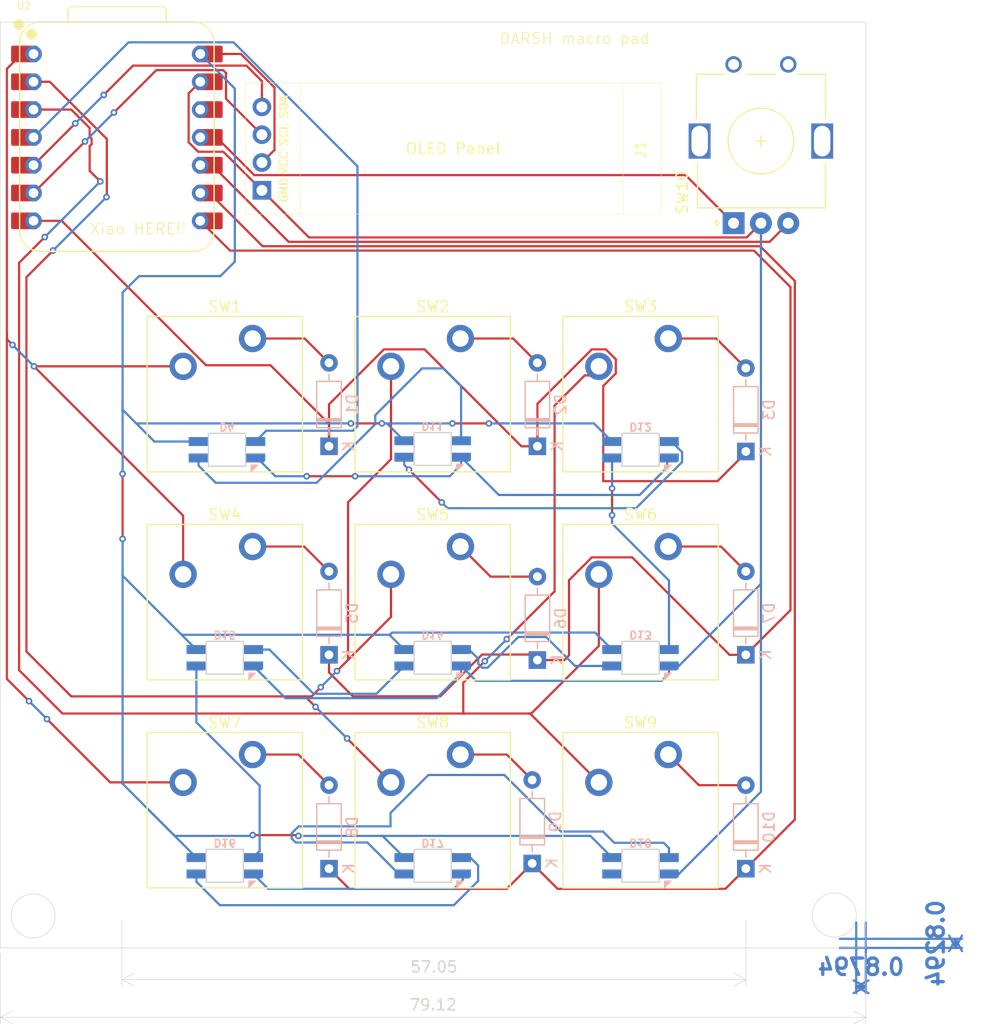
<source format=kicad_pcb>
(kicad_pcb (version 20241229) (generator "pcbnew") (generator_version "9.0")
  (layers (0 "F.Cu" signal) (2 "B.Cu" signal) (13 "F.Paste" user) (15 "B.Paste" user) (5 "F.SilkS" user "F.Silkscreen") (7 "B.SilkS" user "B.Silkscreen") (1 "F.Mask" user) (3 "B.Mask" user) (25 "Edge.Cuts" user))
  (net 0 "")
  (net 1 "+5V")
  (net 2 "GND")
  (net 3 "Row 0")
  (net 4 "Net-(D1-A)")
  (net 5 "Net-(D2-A)")
  (net 6 "Net-(D3-A)")
  (net 7 "Net-(D11-DIN)")
  (net 8 "RGB")
  (net 9 "Net-(D5-A)")
  (net 10 "Row 1")
  (net 11 "Net-(D6-A)")
  (net 12 "Net-(D7-A)")
  (net 13 "Row 2")
  (net 14 "Net-(D8-A)")
  (net 15 "Net-(D9-A)")
  (net 16 "Net-(D10-A)")
  (net 17 "Net-(D11-DOUT)")
  (net 18 "Net-(D12-DOUT)")
  (net 19 "Net-(D13-DOUT)")
  (net 20 "Net-(D14-DOUT)")
  (net 21 "Net-(D15-DOUT)")
  (net 22 "Net-(D16-DOUT)")
  (net 23 "Net-(D17-DOUT)")
  (net 25 "SDA OLED")
  (net 26 "SCL OLED")
  (net 27 "Column 0")
  (net 28 "Column 1")
  (net 29 "Column 2")
  (net 30 "ENC11 A")
  (net 31 "ENC11 B")
  (footprint "ScottoKeebs_MX:MX_PCB_1.00u" (layer "F.Cu") (at 99.145 135.26)
    (property "Reference" "SW6")
    (property "Value" "SW_Push")
  )
  (footprint "ScottoKeebs_MX:MX_PCB_1.00u" (layer "F.Cu") (at 61.145 116.26)
    (property "Reference" "SW1")
    (property "Value" "SW_Push")
  )
  (footprint "ScottoKeebs_MX:MX_PCB_1.00u" (layer "F.Cu") (at 99.145 154.26)
    (property "Reference" "SW9")
    (property "Value" "SW_Push")
  )
  (footprint "ScottoKeebs_MX:MX_PCB_1.00u" (layer "F.Cu") (at 61.145 154.26)
    (property "Reference" "SW7")
    (property "Value" "SW_Push")
  )
  (footprint "ScottoKeebs_MX:MX_PCB_1.00u" (layer "F.Cu") (at 80.145 116.26)
    (property "Reference" "SW2")
    (property "Value" "SW_Push")
  )
  (footprint "ScottoKeebs_MX:MX_PCB_1.00u" (layer "F.Cu") (at 80.145 154.26)
    (property "Reference" "SW8")
    (property "Value" "SW_Push")
  )
  (footprint "ScottoKeebs_MX:MX_PCB_1.00u" (layer "F.Cu") (at 80.145 135.26)
    (property "Reference" "SW5")
    (property "Value" "SW_Push")
  )
  (footprint "Rotary_Encoder:RotaryEncoder_Alps_EC11E_Vertical_H20mm" (layer "F.Cu") (at 107.65 100.645 90)
    (property "Reference" "SW10")
    (property "Value" "RotaryEncoder_Switch")
  )
  (footprint "ScottoKeebs_MX:MX_PCB_1.00u" (layer "F.Cu") (at 99.145 116.26)
    (property "Reference" "SW3")
    (property "Value" "SW_Push")
  )
  (footprint "OPL lib:SSD1306-0.91-OLED-4pin-128x32" (layer "F.Cu") (at 101.035 99.835 180)
    (property "Reference" "J1")
    (property "Value" "OLED_128x32")
  )
  (footprint "OPL lib:XIAO-RP2040-DIP" (layer "F.Cu") (at 51.28 92.8085)
    (property "Reference" "U2")
    (property "Value" "XIAO-RP2040-DIP")
  )
  (footprint "ScottoKeebs_MX:MX_PCB_1.00u" (layer "F.Cu") (at 61.145 135.26)
    (property "Reference" "SW4")
    (property "Value" "SW_Push")
  )
  (footprint "PCB-third_party_neopixel:SK6812MINI-E" (layer "B.Cu") (at 61.145 159.34)
    (property "Reference" "D16")
    (property "Value" "SK6812MINI" (hide yes))
    (fp_line (start -1.7 -1.5) (end -1.7 1.5) (stroke (width 0.12)) (layer "Edge.Cuts") (net 56846517))
    (fp_line (start -1.7 1.5) (end 1.7 1.5) (stroke (width 0.12)) (layer "Edge.Cuts") (net 56846517))
    (fp_line (start 1.7 -1.5) (end -1.7 -1.5) (stroke (width 0.12)) (layer "Edge.Cuts") (net 56846517))
    (fp_line (start 1.7 1.5) (end 1.7 -1.5) (stroke (width 0.12)) (layer "Edge.Cuts") (net 56846517))
  )
  (footprint "PCB-third_party_neopixel:SK6812MINI-E" (layer "B.Cu") (at 99.145 159.34)
    (property "Reference" "D18")
    (property "Value" "SK6812MINI" (hide yes))
    (fp_line (start -1.7 -1.5) (end -1.7 1.5) (stroke (width 0.12)) (layer "Edge.Cuts") (net 56846517))
    (fp_line (start -1.7 1.5) (end 1.7 1.5) (stroke (width 0.12)) (layer "Edge.Cuts") (net 56846517))
    (fp_line (start 1.7 -1.5) (end -1.7 -1.5) (stroke (width 0.12)) (layer "Edge.Cuts") (net 56846517))
    (fp_line (start 1.7 1.5) (end 1.7 -1.5) (stroke (width 0.12)) (layer "Edge.Cuts") (net 56846517))
  )
  (footprint "Diode_THT:D_DO-35_SOD27_P7.62mm_Horizontal" (layer "B.Cu") (at 70.67 121.0225 90)
    (property "Reference" "D1")
    (property "Value" "1N4148")
  )
  (footprint "PCB-third_party_neopixel:SK6812MINI-E" (layer "B.Cu") (at 80.145 159.34)
    (property "Reference" "D17")
    (property "Value" "SK6812MINI" (hide yes))
    (fp_line (start -1.7 -1.5) (end -1.7 1.5) (stroke (width 0.12)) (layer "Edge.Cuts") (net 56846517))
    (fp_line (start -1.7 1.5) (end 1.7 1.5) (stroke (width 0.12)) (layer "Edge.Cuts") (net 56846517))
    (fp_line (start 1.7 -1.5) (end -1.7 -1.5) (stroke (width 0.12)) (layer "Edge.Cuts") (net 56846517))
    (fp_line (start 1.7 1.5) (end 1.7 -1.5) (stroke (width 0.12)) (layer "Edge.Cuts") (net 56846517))
  )
  (footprint "Diode_THT:D_DO-35_SOD27_P7.62mm_Horizontal" (layer "B.Cu") (at 108.77 121.49875 90)
    (property "Reference" "D3")
    (property "Value" "1N4148")
  )
  (footprint "Diode_THT:D_DO-35_SOD27_P7.62mm_Horizontal" (layer "B.Cu") (at 70.67 159.59875 90)
    (property "Reference" "D8")
    (property "Value" "1N4148")
  )
  (footprint "PCB-third_party_neopixel:SK6812MINI-E" (layer "B.Cu") (at 61.345 121.34)
    (property "Reference" "D4")
    (property "Value" "SK6812MINI" (hide yes))
    (fp_line (start -1.7 -1.5) (end -1.7 1.5) (stroke (width 0.12)) (layer "Edge.Cuts") (net 56846517))
    (fp_line (start -1.7 1.5) (end 1.7 1.5) (stroke (width 0.12)) (layer "Edge.Cuts") (net 56846517))
    (fp_line (start 1.7 -1.5) (end -1.7 -1.5) (stroke (width 0.12)) (layer "Edge.Cuts") (net 56846517))
    (fp_line (start 1.7 1.5) (end 1.7 -1.5) (stroke (width 0.12)) (layer "Edge.Cuts") (net 56846517))
  )
  (footprint "PCB-third_party_neopixel:SK6812MINI-E" (layer "B.Cu") (at 80.145 121.27)
    (property "Reference" "D11")
    (property "Value" "SK6812MINI" (hide yes))
    (fp_line (start -1.7 -1.5) (end -1.7 1.5) (stroke (width 0.12)) (layer "Edge.Cuts") (net 56846517))
    (fp_line (start -1.7 1.5) (end 1.7 1.5) (stroke (width 0.12)) (layer "Edge.Cuts") (net 56846517))
    (fp_line (start 1.7 -1.5) (end -1.7 -1.5) (stroke (width 0.12)) (layer "Edge.Cuts") (net 56846517))
    (fp_line (start 1.7 1.5) (end 1.7 -1.5) (stroke (width 0.12)) (layer "Edge.Cuts") (net 56846517))
  )
  (footprint "Diode_THT:D_DO-35_SOD27_P7.62mm_Horizontal" (layer "B.Cu") (at 89.72 121.0225 90)
    (property "Reference" "D2")
    (property "Value" "1N4148")
  )
  (footprint "Diode_THT:D_DO-35_SOD27_P7.62mm_Horizontal" (layer "B.Cu") (at 89.24375 159.1225 90)
    (property "Reference" "D9")
    (property "Value" "1N4148")
  )
  (footprint "Diode_THT:D_DO-35_SOD27_P7.62mm_Horizontal" (layer "B.Cu") (at 108.77 140.0725 90)
    (property "Reference" "D7")
    (property "Value" "1N4148")
  )
  (footprint "PCB-third_party_neopixel:SK6812MINI-E" (layer "B.Cu") (at 80.145 140.34)
    (property "Reference" "D14")
    (property "Value" "SK6812MINI" (hide yes))
    (fp_line (start -1.7 -1.5) (end -1.7 1.5) (stroke (width 0.12)) (layer "Edge.Cuts") (net 56846517))
    (fp_line (start -1.7 1.5) (end 1.7 1.5) (stroke (width 0.12)) (layer "Edge.Cuts") (net 56846517))
    (fp_line (start 1.7 -1.5) (end -1.7 -1.5) (stroke (width 0.12)) (layer "Edge.Cuts") (net 56846517))
    (fp_line (start 1.7 1.5) (end 1.7 -1.5) (stroke (width 0.12)) (layer "Edge.Cuts") (net 56846517))
  )
  (footprint "PCB-third_party_neopixel:SK6812MINI-E" (layer "B.Cu") (at 99.145 140.34)
    (property "Reference" "D13")
    (property "Value" "SK6812MINI" (hide yes))
    (fp_line (start -1.7 -1.5) (end -1.7 1.5) (stroke (width 0.12)) (layer "Edge.Cuts") (net 56846517))
    (fp_line (start -1.7 1.5) (end 1.7 1.5) (stroke (width 0.12)) (layer "Edge.Cuts") (net 56846517))
    (fp_line (start 1.7 -1.5) (end -1.7 -1.5) (stroke (width 0.12)) (layer "Edge.Cuts") (net 56846517))
    (fp_line (start 1.7 1.5) (end 1.7 -1.5) (stroke (width 0.12)) (layer "Edge.Cuts") (net 56846517))
  )
  (footprint "Diode_THT:D_DO-35_SOD27_P7.62mm_Horizontal" (layer "B.Cu") (at 89.72 140.54875 90)
    (property "Reference" "D6")
    (property "Value" "1N4148")
  )
  (footprint "PCB-third_party_neopixel:SK6812MINI-E" (layer "B.Cu") (at 61.145 140.34)
    (property "Reference" "D15")
    (property "Value" "SK6812MINI" (hide yes))
    (fp_line (start -1.7 -1.5) (end -1.7 1.5) (stroke (width 0.12)) (layer "Edge.Cuts") (net 56846517))
    (fp_line (start -1.7 1.5) (end 1.7 1.5) (stroke (width 0.12)) (layer "Edge.Cuts") (net 56846517))
    (fp_line (start 1.7 -1.5) (end -1.7 -1.5) (stroke (width 0.12)) (layer "Edge.Cuts") (net 56846517))
    (fp_line (start 1.7 1.5) (end 1.7 -1.5) (stroke (width 0.12)) (layer "Edge.Cuts") (net 56846517))
  )
  (footprint "PCB-third_party_neopixel:SK6812MINI-E" (layer "B.Cu") (at 99.145 121.34)
    (property "Reference" "D12")
    (property "Value" "SK6812MINI" (hide yes))
    (fp_line (start -1.7 -1.5) (end -1.7 1.5) (stroke (width 0.12)) (layer "Edge.Cuts") (net 56846517))
    (fp_line (start -1.7 1.5) (end 1.7 1.5) (stroke (width 0.12)) (layer "Edge.Cuts") (net 56846517))
    (fp_line (start 1.7 -1.5) (end -1.7 -1.5) (stroke (width 0.12)) (layer "Edge.Cuts") (net 56846517))
    (fp_line (start 1.7 1.5) (end 1.7 -1.5) (stroke (width 0.12)) (layer "Edge.Cuts") (net 56846517))
  )
  (footprint "Diode_THT:D_DO-35_SOD27_P7.62mm_Horizontal" (layer "B.Cu") (at 108.77 159.59875 90)
    (property "Reference" "D10")
    (property "Value" "1N4148")
  )
  (footprint "Diode_THT:D_DO-35_SOD27_P7.62mm_Horizontal" (layer "B.Cu") (at 70.67 140.0725 90)
    (property "Reference" "D5")
    (property "Value" "1N4148")
  )
  (gr_circle (center 43.62 163.92) (end 44.88 162.35) (stroke (width 0.05)) (fill no) (layer "Edge.Cuts"))
  (gr_circle (center 116.86 163.84) (end 118.12 162.27) (stroke (width 0.05)) (fill no) (layer "Edge.Cuts"))
  (gr_rect (start 40.62 82.27) (end 119.74 166.84) (stroke (width 0.05)) (fill no) (layer "Edge.Cuts"))
  (gr_text "DARSH macro pad\n" (at 86.2 84.36 0) (layer "F.SilkS") (effects (font (size 1 1) (thickness 0.1)) (justify left bottom)))
  (gr_text "Xiao HERE!!\n" (at 48.73 101.75 0) (layer "F.SilkS") (effects (font (size 1 1) (thickness 0.1)) (justify left bottom)))
  (dimension (type orthogonal) (layer "B.Cu") (pts (xy 116.86 166.010625) (xy 116.86 166.84)) (height 11.08) (orientation 1) (format (prefix "") (suffix "") (units 3) (units_format 0) (precision 4) (suppress_zeroes yes)) (style (thickness 0.2) (arrow_length 1.27) (text_position_mode 0) (arrow_direction outward) (extension_height 0.58642) (extension_offset 0.5) (keep_text_aligned yes)) (gr_text "0.8294" (at 126.14 166.425313 90) (layer "B.Cu") (effects (font (size 1.5 1.5) (thickness 0.3)) (justify mirror))))
  (dimension (type orthogonal) (layer "B.Cu") (pts (xy 118.860625 164.01) (xy 119.74 164.01)) (height 6.38) (orientation 0) (format (prefix "") (suffix "") (units 3) (units_format 0) (precision 4) (suppress_zeroes yes)) (style (thickness 0.2) (arrow_length 1.27) (text_position_mode 0) (arrow_direction outward) (extension_height 0.58642) (extension_offset 0.5) (keep_text_aligned yes)) (gr_text "0.8794" (at 119.300313 168.59 0) (layer "B.Cu") (effects (font (size 1.5 1.5) (thickness 0.3)) (justify mirror))))
  (dimension (type orthogonal) (layer "Edge.Cuts") (pts (xy 51.735 163.785) (xy 108.785 163.785)) (height 5.945) (orientation 0) (format (prefix "") (suffix "") (units 3) (units_format 0) (precision 4) (suppress_zeroes yes)) (style (thickness 0.05) (arrow_length 1.27) (text_position_mode 0) (arrow_direction outward) (extension_height 0.58642) (extension_offset 0.5) (keep_text_aligned yes)) (gr_text "57.05" (at 80.26 168.58 0) (layer "Edge.Cuts") (effects (font (size 1 1) (thickness 0.15)))))
  (dimension (type orthogonal) (layer "Edge.Cuts") (pts (xy 40.62 166.84) (xy 119.74 166.84)) (height 6.34) (orientation 0) (format (prefix "") (suffix "") (units 3) (units_format 0) (precision 4) (suppress_zeroes yes)) (style (thickness 0.05) (arrow_length 1.27) (text_position_mode 0) (arrow_direction outward) (extension_height 0.58642) (extension_offset 0.5) (keep_text_aligned yes)) (gr_text "79.12" (at 80.18 172.03 0) (layer "Edge.Cuts") (effects (font (size 1 1) (thickness 0.15)))))
  (segment (start 85.28 118.935) (end 81.95 118.935) (width 0.2) (layer "F.Cu") (net 1))
  (segment (start 75.5 118.935) (end 72.67 118.935) (width 0.2) (layer "F.Cu") (net 1))
  (segment (start 51.8 129.48) (end 51.8 123.54) (width 0.2) (layer "F.Cu") (net 1))
  (segment (start 65.686 93.954) (end 65.686 88.253774) (width 0.2) (layer "F.Cu") (net 1))
  (segment (start 63.7 156.54) (end 67.799 156.54) (width 0.2) (layer "F.Cu") (net 1))
  (segment (start 64.535 95.105) (end 65.686 93.954) (width 0.2) (layer "F.Cu") (net 1))
  (segment (start 62.620726 85.1885) (end 58.9 85.1885) (width 0.2) (layer "F.Cu") (net 1))
  (segment (start 65.686 88.253774) (end 62.620726 85.1885) (width 0.2) (layer "F.Cu") (net 1))
  (via (at 51.8 129.48) (size 0.6) (drill 0.3) (layers "F.Cu" "B.Cu") (net 1))
  (via (at 81.95 118.935) (size 0.6) (drill 0.3) (layers "F.Cu" "B.Cu") (net 1))
  (via (at 75.5 118.935) (size 0.6) (drill 0.3) (layers "F.Cu" "B.Cu") (net 1))
  (via (at 63.7 156.54) (size 0.6) (drill 0.3) (layers "F.Cu" "B.Cu") (net 1))
  (via (at 51.8 123.54) (size 0.6) (drill 0.3) (layers "F.Cu" "B.Cu") (net 1))
  (via (at 67.87 156.611) (size 0.6) (drill 0.3) (layers "F.Cu" "B.Cu") (net 1))
  (via (at 72.67 118.935) (size 0.6) (drill 0.3) (layers "F.Cu" "B.Cu") (net 1))
  (via (at 85.28 118.935) (size 0.6) (drill 0.3) (layers "F.Cu" "B.Cu") (net 1))
  (segment (start 63.7 156.54) (end 63.67 156.54) (width 0.2) (layer "B.Cu") (net 1))
  (segment (start 51.8 117.68) (end 51.8 116.88) (width 0.2) (layer "B.Cu") (net 1))
  (segment (start 54.71 120.59) (end 53.055 118.935) (width 0.2) (layer "B.Cu") (net 1))
  (segment (start 60.74 105.48) (end 62.06 104.16) (width 0.2) (layer "B.Cu") (net 1))
  (segment (start 75.39 156.611) (end 67.87 156.611) (width 0.2) (layer "B.Cu") (net 1))
  (segment (start 58.545 158.59) (end 54.1425 154.1875) (width 0.2) (layer "B.Cu") (net 1))
  (segment (start 96.545 139.59) (end 94.994 138.039) (width 0.2) (layer "B.Cu") (net 1))
  (segment (start 76.24 138.24) (end 57.195 138.24) (width 0.2) (layer "B.Cu") (net 1))
  (segment (start 94.89 118.935) (end 85.28 118.935) (width 0.2) (layer "B.Cu") (net 1))
  (segment (start 51.8 106.98) (end 53.3 105.48) (width 0.2) (layer "B.Cu") (net 1))
  (segment (start 81.95 118.935) (end 75.96 118.935) (width 0.2) (layer "B.Cu") (net 1))
  (segment (start 55.7325 136.7775) (end 51.8 132.845) (width 0.2) (layer "B.Cu") (net 1))
  (segment (start 96.545 120.59) (end 94.89 118.935) (width 0.2) (layer "B.Cu") (net 1))
  (segment (start 54.1425 154.1875) (end 51.8 151.845) (width 0.2) (layer "B.Cu") (net 1))
  (segment (start 67.799 156.54) (end 67.87 156.611) (width 0.2) (layer "B.Cu") (net 1))
  (segment (start 51.8 123.54) (end 51.8 116.88) (width 0.2) (layer "B.Cu") (net 1))
  (segment (start 63.67 156.54) (end 63.65 156.52) (width 0.2) (layer "B.Cu") (net 1))
  (segment (start 96.545 158.59) (end 94.566 156.611) (width 0.2) (layer "B.Cu") (net 1))
  (segment (start 76.194 138.239) (end 76.239 138.239) (width 0.2) (layer "B.Cu") (net 1))
  (segment (start 62.06 88.3485) (end 58.9 85.1885) (width 0.2) (layer "B.Cu") (net 1))
  (segment (start 53.055 118.935) (end 51.8 117.68) (width 0.2) (layer "B.Cu") (net 1))
  (segment (start 57.1775 138.2225) (end 55.7325 136.7775) (width 0.2) (layer "B.Cu") (net 1))
  (segment (start 75.566 156.611) (end 75.39 156.611) (width 0.2) (layer "B.Cu") (net 1))
  (segment (start 51.8 132.845) (end 51.8 132.71) (width 0.2) (layer "B.Cu") (net 1))
  (segment (start 57.195 138.24) (end 57.1775 138.2225) (width 0.2) (layer "B.Cu") (net 1))
  (segment (start 77.545 158.59) (end 75.566 156.611) (width 0.2) (layer "B.Cu") (net 1))
  (segment (start 58.745 120.59) (end 54.71 120.59) (width 0.2) (layer "B.Cu") (net 1))
  (segment (start 77.545 120.52) (end 75.96 118.935) (width 0.2) (layer "B.Cu") (net 1))
  (segment (start 77.545 139.59) (end 76.194 138.239) (width 0.2) (layer "B.Cu") (net 1))
  (segment (start 63.559 156.611) (end 56.566 156.611) (width 0.2) (layer "B.Cu") (net 1))
  (segment (start 56.566 156.611) (end 54.1425 154.1875) (width 0.2) (layer "B.Cu") (net 1))
  (segment (start 94.566 156.611) (end 75.39 156.611) (width 0.2) (layer "B.Cu") (net 1))
  (segment (start 62.06 104.16) (end 62.06 88.3485) (width 0.2) (layer "B.Cu") (net 1))
  (segment (start 51.8 151.845) (end 51.8 132.71) (width 0.2) (layer "B.Cu") (net 1))
  (segment (start 58.545 139.59) (end 57.1775 138.2225) (width 0.2) (layer "B.Cu") (net 1))
  (segment (start 51.8 132.71) (end 51.8 129.48) (width 0.2) (layer "B.Cu") (net 1))
  (segment (start 94.994 138.039) (end 76.441 138.039) (width 0.2) (layer "B.Cu") (net 1))
  (segment (start 76.239 138.239) (end 76.24 138.24) (width 0.2) (layer "B.Cu") (net 1))
  (segment (start 53.3 105.48) (end 60.74 105.48) (width 0.2) (layer "B.Cu") (net 1))
  (segment (start 51.8 116.88) (end 51.8 106.98) (width 0.2) (layer "B.Cu") (net 1))
  (segment (start 72.67 118.935) (end 53.055 118.935) (width 0.2) (layer "B.Cu") (net 1))
  (segment (start 75.96 118.935) (end 75.5 118.935) (width 0.2) (layer "B.Cu") (net 1))
  (segment (start 76.441 138.039) (end 76.24 138.24) (width 0.2) (layer "B.Cu") (net 1))
  (segment (start 63.65 156.52) (end 63.559 156.611) (width 0.2) (layer "B.Cu") (net 1))
  (segment (start 61.007 94.117) (end 58.70519 94.117) (width 0.2) (layer "F.Cu") (net 2))
  (segment (start 57.837 93.24881) (end 57.837 88.7915) (width 0.2) (layer "F.Cu") (net 2))
  (segment (start 68.836 101.946) (end 64.535 97.645) (width 0.2) (layer "F.Cu") (net 2))
  (segment (start 57.837 88.7915) (end 58.9 87.7285) (width 0.2) (layer "F.Cu") (net 2))
  (segment (start 64.535 97.645) (end 61.007 94.117) (width 0.2) (layer "F.Cu") (net 2))
  (segment (start 68.63 123.758471) (end 73.05 123.758471) (width 0.2) (layer "F.Cu") (net 2))
  (segment (start 58.70519 94.117) (end 57.837 93.24881) (width 0.2) (layer "F.Cu") (net 2))
  (segment (start 110.15 100.645) (end 108.849 101.946) (width 0.2) (layer "F.Cu") (net 2))
  (segment (start 108.849 101.946) (end 68.836 101.946) (width 0.2) (layer "F.Cu") (net 2))
  (via (at 73.05 123.758471) (size 0.6) (drill 0.3) (layers "F.Cu" "B.Cu") (net 2))
  (via (at 68.63 123.758471) (size 0.6) (drill 0.3) (layers "F.Cu" "B.Cu") (net 2))
  (segment (start 86.196 125.471) (end 82.745 122.02) (width 0.2) (layer "B.Cu") (net 2))
  (segment (start 102.645 141.09) (end 110.15 133.585) (width 0.2) (layer "B.Cu") (net 2))
  (segment (start 82.745 141.09) (end 84.096 142.441) (width 0.2) (layer "B.Cu") (net 2))
  (segment (start 82.81 160.09) (end 82.9 160.18) (width 0.2) (layer "B.Cu") (net 2))
  (segment (start 65.096 161.441) (end 63.745 160.09) (width 0.2) (layer "B.Cu") (net 2))
  (segment (start 82.9 160.18) (end 82.9 160.634942) (width 0.2) (layer "B.Cu") (net 2))
  (segment (start 101.65 122.09) (end 101.58 122.16) (width 0.2) (layer "B.Cu") (net 2))
  (segment (start 65.768471 123.758471) (end 68.63 123.758471) (width 0.2) (layer "B.Cu") (net 2))
  (segment (start 63.745 141.09) (end 66.68425 144.02925) (width 0.2) (layer "B.Cu") (net 2))
  (segment (start 110.15 133.12) (end 110.15 100.645) (width 0.2) (layer "B.Cu") (net 2))
  (segment (start 99.063942 125.471) (end 86.196 125.471) (width 0.2) (layer "B.Cu") (net 2))
  (segment (start 101.745 141.09) (end 102.645 141.09) (width 0.2) (layer "B.Cu") (net 2))
  (segment (start 82.093942 161.441) (end 65.096 161.441) (width 0.2) (layer "B.Cu") (net 2))
  (segment (start 101.745 122.09) (end 101.65 122.09) (width 0.2) (layer "B.Cu") (net 2))
  (segment (start 66.68425 144.02925) (end 80.505692 144.02925) (width 0.2) (layer "B.Cu") (net 2))
  (segment (start 101.58 122.16) (end 101.58 122.954942) (width 0.2) (layer "B.Cu") (net 2))
  (segment (start 101.745 160.09) (end 102.645 160.09) (width 0.2) (layer "B.Cu") (net 2))
  (segment (start 101.58 122.954942) (end 99.063942 125.471) (width 0.2) (layer "B.Cu") (net 2))
  (segment (start 110.15 133.585) (end 110.15 133.12) (width 0.2) (layer "B.Cu") (net 2))
  (segment (start 101.745 141.789942) (end 101.745 141.09) (width 0.2) (layer "B.Cu") (net 2))
  (segment (start 84.096 142.441) (end 101.093942 142.441) (width 0.2) (layer "B.Cu") (net 2))
  (segment (start 82.745 122.719942) (end 82.745 122.02) (width 0.2) (layer "B.Cu") (net 2))
  (segment (start 73.05 123.758471) (end 81.706471 123.758471) (width 0.2) (layer "B.Cu") (net 2))
  (segment (start 82.745 160.09) (end 82.81 160.09) (width 0.2) (layer "B.Cu") (net 2))
  (segment (start 82.745 141.789942) (end 82.745 141.09) (width 0.2) (layer "B.Cu") (net 2))
  (segment (start 82.9 160.634942) (end 82.093942 161.441) (width 0.2) (layer "B.Cu") (net 2))
  (segment (start 81.706471 123.758471) (end 82.745 122.719942) (width 0.2) (layer "B.Cu") (net 2))
  (segment (start 63.96 121.95) (end 65.768471 123.758471) (width 0.2) (layer "B.Cu") (net 2))
  (segment (start 63.945 122.09) (end 63.945 121.965) (width 0.2) (layer "B.Cu") (net 2))
  (segment (start 110.15 152.585) (end 110.15 133.12) (width 0.2) (layer "B.Cu") (net 2))
  (segment (start 102.645 160.09) (end 110.15 152.585) (width 0.2) (layer "B.Cu") (net 2))
  (segment (start 80.505692 144.02925) (end 82.745 141.789942) (width 0.2) (layer "B.Cu") (net 2))
  (segment (start 63.945 121.965) (end 63.96 121.95) (width 0.2) (layer "B.Cu") (net 2))
  (segment (start 101.093942 142.441) (end 101.745 141.789942) (width 0.2) (layer "B.Cu") (net 2))
  (segment (start 106.18 124.21) (end 95.736 124.21) (width 0.2) (layer "F.Cu") (net 3))
  (segment (start 108.77 121.49875) (end 108.77 121.58) (width 0.2) (layer "F.Cu") (net 3))
  (segment (start 95.977446 112.169) (end 94.692554 112.169) (width 0.2) (layer "F.Cu") (net 3))
  (segment (start 94.692554 112.169) (end 89.72 117.141554) (width 0.2) (layer "F.Cu") (net 3))
  (segment (start 89.72 117.141554) (end 89.72 121.0225) (width 0.2) (layer "F.Cu") (net 3))
  (segment (start 79.400174 112.169) (end 75.692554 112.169) (width 0.2) (layer "F.Cu") (net 3))
  (segment (start 46.236946 100.4285) (end 43.66 100.4285) (width 0.2) (layer "F.Cu") (net 3))
  (segment (start 108.77 121.58) (end 108.79 121.6) (width 0.2) (layer "F.Cu") (net 3))
  (segment (start 59.428446 113.62) (end 46.236946 100.4285) (width 0.2) (layer "F.Cu") (net 3))
  (segment (start 95.736 115.512446) (end 96.886 114.362446) (width 0.2) (layer "F.Cu") (net 3))
  (segment (start 75.692554 112.169) (end 70.67 117.191554) (width 0.2) (layer "F.Cu") (net 3))
  (segment (start 70.67 121.0225) (end 70.67 118.971174) (width 0.2) (layer "F.Cu") (net 3))
  (segment (start 108.79 121.6) (end 106.18 124.21) (width 0.2) (layer "F.Cu") (net 3))
  (segment (start 65.318826 113.62) (end 59.428446 113.62) (width 0.2) (layer "F.Cu") (net 3))
  (segment (start 96.886 113.077554) (end 95.977446 112.169) (width 0.2) (layer "F.Cu") (net 3))
  (segment (start 96.886 114.362446) (end 96.886 113.077554) (width 0.2) (layer "F.Cu") (net 3))
  (segment (start 95.736 124.21) (end 95.736 115.512446) (width 0.2) (layer "F.Cu") (net 3))
  (segment (start 70.67 118.971174) (end 65.318826 113.62) (width 0.2) (layer "F.Cu") (net 3))
  (segment (start 88.253674 121.0225) (end 79.400174 112.169) (width 0.2) (layer "F.Cu") (net 3))
  (segment (start 89.72 121.0225) (end 88.253674 121.0225) (width 0.2) (layer "F.Cu") (net 3))
  (segment (start 70.67 117.191554) (end 70.67 121.0225) (width 0.2) (layer "F.Cu") (net 3))
  (segment (start 63.685 111.18) (end 68.4475 111.18) (width 0.2) (layer "F.Cu") (net 4))
  (segment (start 68.4475 111.18) (end 70.67 113.4025) (width 0.2) (layer "F.Cu") (net 4))
  (segment (start 87.4975 111.18) (end 89.72 113.4025) (width 0.2) (layer "F.Cu") (net 5))
  (segment (start 82.685 111.18) (end 87.4975 111.18) (width 0.2) (layer "F.Cu") (net 5))
  (segment (start 106.07125 111.18) (end 108.77 113.87875) (width 0.2) (layer "F.Cu") (net 6))
  (segment (start 101.685 111.18) (end 106.07125 111.18) (width 0.2) (layer "F.Cu") (net 6))
  (segment (start 81.118816 113.909) (end 82.745 115.535184) (width 0.2) (layer "B.Cu") (net 7))
  (segment (start 60.314529 124.359471) (end 69.535029 124.359471) (width 0.2) (layer "B.Cu") (net 7))
  (segment (start 58.745 122.09) (end 58.745 122.075) (width 0.2) (layer "B.Cu") (net 7))
  (segment (start 58.745 122.075) (end 58.86 121.96) (width 0.2) (layer "B.Cu") (net 7))
  (segment (start 58.745 122.789942) (end 60.314529 124.359471) (width 0.2) (layer "B.Cu") (net 7))
  (segment (start 82.745 115.535184) (end 82.745 120.52) (width 0.2) (layer "B.Cu") (net 7))
  (segment (start 74.899 118.181184) (end 79.171184 113.909) (width 0.2) (layer "B.Cu") (net 7))
  (segment (start 79.171184 113.909) (end 81.118816 113.909) (width 0.2) (layer "B.Cu") (net 7))
  (segment (start 74.899 118.9955) (end 74.899 118.181184) (width 0.2) (layer "B.Cu") (net 7))
  (segment (start 69.535029 124.359471) (end 74.899 118.9955) (width 0.2) (layer "B.Cu") (net 7))
  (segment (start 58.745 122.09) (end 58.745 122.789942) (width 0.2) (layer "B.Cu") (net 7))
  (segment (start 52.343 84.1255) (end 43.66 92.8085) (width 0.2) (layer "B.Cu") (net 8))
  (segment (start 73.271 95.451) (end 61.9455 84.1255) (width 0.2) (layer "B.Cu") (net 8))
  (segment (start 63.945 120.59) (end 64.935 119.6) (width 0.2) (layer "B.Cu") (net 8))
  (segment (start 73.271 119.183943) (end 73.271 95.451) (width 0.2) (layer "B.Cu") (net 8))
  (segment (start 61.9455 84.1255) (end 52.343 84.1255) (width 0.2) (layer "B.Cu") (net 8))
  (segment (start 64.935 119.6) (end 72.854943 119.6) (width 0.2) (layer "B.Cu") (net 8))
  (segment (start 72.854943 119.6) (end 73.271 119.183943) (width 0.2) (layer "B.Cu") (net 8))
  (segment (start 63.685 130.18) (end 68.3975 130.18) (width 0.2) (layer "F.Cu") (net 9))
  (segment (start 68.3975 130.18) (end 70.67 132.4525) (width 0.2) (layer "F.Cu") (net 9))
  (segment (start 107.2825 140.0725) (end 98.379 131.169) (width 0.2) (layer "F.Cu") (net 10))
  (segment (start 92.61 140.11) (end 92.17125 140.54875) (width 0.2) (layer "F.Cu") (net 10))
  (segment (start 70.67 140.0725) (end 70.67 141.679943) (width 0.2) (layer "F.Cu") (net 10))
  (segment (start 108.77 140.0725) (end 112.85 135.9925) (width 0.2) (layer "F.Cu") (net 10))
  (segment (start 70.67 141.679943) (end 72.850057 143.86) (width 0.2) (layer "F.Cu") (net 10))
  (segment (start 108.77 140.0725) (end 107.2825 140.0725) (width 0.2) (layer "F.Cu") (net 10))
  (segment (start 61.6205 103.149) (end 58.9 100.4285) (width 0.2) (layer "F.Cu") (net 10))
  (segment (start 112.85 135.9925) (end 112.85 106.48) (width 0.2) (layer "F.Cu") (net 10))
  (segment (start 94.692554 131.169) (end 92.61 133.251554) (width 0.2) (layer "F.Cu") (net 10))
  (segment (start 70.67 140.7) (end 70.68 140.71) (width 0.2) (layer "F.Cu") (net 10))
  (segment (start 89.21525 140.044) (end 89.72 140.54875) (width 0.2) (layer "F.Cu") (net 10))
  (segment (start 109.519 103.149) (end 61.6205 103.149) (width 0.2) (layer "F.Cu") (net 10))
  (segment (start 80.850057 143.86) (end 84.666057 140.044) (width 0.2) (layer "F.Cu") (net 10))
  (segment (start 70.67 140.0725) (end 70.67 140.7) (width 0.2) (layer "F.Cu") (net 10))
  (segment (start 92.61 133.251554) (end 92.61 140.11) (width 0.2) (layer "F.Cu") (net 10))
  (segment (start 112.85 106.48) (end 109.519 103.149) (width 0.2) (layer "F.Cu") (net 10))
  (segment (start 92.17125 140.54875) (end 89.72 140.54875) (width 0.2) (layer "F.Cu") (net 10))
  (segment (start 98.379 131.169) (end 94.692554 131.169) (width 0.2) (layer "F.Cu") (net 10))
  (segment (start 72.850057 143.86) (end 80.850057 143.86) (width 0.2) (layer "F.Cu") (net 10))
  (segment (start 84.666057 140.044) (end 89.21525 140.044) (width 0.2) (layer "F.Cu") (net 10))
  (segment (start 82.685 130.18) (end 85.43375 132.92875) (width 0.2) (layer "F.Cu") (net 11))
  (segment (start 85.43375 132.92875) (end 89.72 132.92875) (width 0.2) (layer "F.Cu") (net 11))
  (segment (start 106.4975 130.18) (end 108.77 132.4525) (width 0.2) (layer "F.Cu") (net 12))
  (segment (start 101.685 130.18) (end 106.4975 130.18) (width 0.2) (layer "F.Cu") (net 12))
  (segment (start 91.56225 161.441) (end 89.24375 159.1225) (width 0.2) (layer "F.Cu") (net 13))
  (segment (start 108.77 159.59875) (end 108.77 159.58) (width 0.2) (layer "F.Cu") (net 13))
  (segment (start 89.24375 159.1225) (end 86.92525 161.441) (width 0.2) (layer "F.Cu") (net 13))
  (segment (start 86.92525 161.441) (end 72.51225 161.441) (width 0.2) (layer "F.Cu") (net 13))
  (segment (start 64.5945 102.748) (end 59.735 97.8885) (width 0.2) (layer "F.Cu") (net 13))
  (segment (start 113.25 155.11875) (end 113.25 105.92) (width 0.2) (layer "F.Cu") (net 13))
  (segment (start 108.77 159.59875) (end 113.25 155.11875) (width 0.2) (layer "F.Cu") (net 13))
  (segment (start 110.078 102.748) (end 64.5945 102.748) (width 0.2) (layer "F.Cu") (net 13))
  (segment (start 72.51225 161.441) (end 70.67 159.59875) (width 0.2) (layer "F.Cu") (net 13))
  (segment (start 108.77 159.58) (end 106.909 161.441) (width 0.2) (layer "F.Cu") (net 13))
  (segment (start 106.909 161.441) (end 91.56225 161.441) (width 0.2) (layer "F.Cu") (net 13))
  (segment (start 113.25 105.92) (end 110.078 102.748) (width 0.2) (layer "F.Cu") (net 13))
  (segment (start 67.87125 149.18) (end 70.67 151.97875) (width 0.2) (layer "F.Cu") (net 14))
  (segment (start 63.685 149.18) (end 67.87125 149.18) (width 0.2) (layer "F.Cu") (net 14))
  (segment (start 82.685 149.18) (end 86.92125 149.18) (width 0.2) (layer "F.Cu") (net 15))
  (segment (start 86.92125 149.18) (end 89.24375 151.5025) (width 0.2) (layer "F.Cu") (net 15))
  (segment (start 104.48375 151.97875) (end 108.77 151.97875) (width 0.2) (layer "F.Cu") (net 16))
  (segment (start 101.685 149.18) (end 104.48375 151.97875) (width 0.2) (layer "F.Cu") (net 16))
  (segment (start 80.972529 126.147471) (end 77.982529 123.157471) (width 0.2) (layer "F.Cu") (net 17))
  (via (at 77.982529 123.157471) (size 0.6) (drill 0.3) (layers "F.Cu" "B.Cu") (net 17))
  (via (at 80.972529 126.147471) (size 0.6) (drill 0.3) (layers "F.Cu" "B.Cu") (net 17))
  (segment (start 102.070678 120.68) (end 102.946 121.555322) (width 0.2) (layer "B.Cu") (net 17))
  (segment (start 101.745 120.615) (end 101.81 120.68) (width 0.2) (layer "B.Cu") (net 17))
  (segment (start 101.745 120.59) (end 101.745 120.615) (width 0.2) (layer "B.Cu") (net 17))
  (segment (start 81.505058 126.68) (end 80.972529 126.147471) (width 0.2) (layer "B.Cu") (net 17))
  (segment (start 101.81 120.68) (end 102.070678 120.68) (width 0.2) (layer "B.Cu") (net 17))
  (segment (start 98.72668 126.68) (end 81.505058 126.68) (width 0.2) (layer "B.Cu") (net 17))
  (segment (start 77.982529 123.157471) (end 77.545 122.719942) (width 0.2) (layer "B.Cu") (net 17))
  (segment (start 102.946 122.46068) (end 98.72668 126.68) (width 0.2) (layer "B.Cu") (net 17))
  (segment (start 77.545 122.719942) (end 77.545 122.02) (width 0.2) (layer "B.Cu") (net 17))
  (segment (start 102.946 121.555322) (end 102.946 122.46068) (width 0.2) (layer "B.Cu") (net 17))
  (segment (start 96.545 124.87) (end 96.545 127.315) (width 0.2) (layer "F.Cu") (net 18))
  (via (at 96.545 127.315) (size 0.6) (drill 0.3) (layers "F.Cu" "B.Cu") (net 18))
  (via (at 96.545 124.87) (size 0.6) (drill 0.3) (layers "F.Cu" "B.Cu") (net 18))
  (segment (start 96.545 122.09) (end 96.545 124.87) (width 0.2) (layer "B.Cu") (net 18))
  (segment (start 96.545 128.085) (end 101.745 133.285) (width 0.2) (layer "B.Cu") (net 18))
  (segment (start 96.545 127.315) (end 96.545 128.085) (width 0.2) (layer "B.Cu") (net 18))
  (segment (start 101.745 133.285) (end 101.745 139.59) (width 0.2) (layer "B.Cu") (net 18))
  (segment (start 90.51 138.44) (end 87.969943 138.44) (width 0.2) (layer "B.Cu") (net 19))
  (segment (start 83.47 139.59) (end 82.745 139.59) (width 0.2) (layer "B.Cu") (net 19))
  (segment (start 85.163943 141.246) (end 84.666057 141.246) (width 0.2) (layer "B.Cu") (net 19))
  (segment (start 87.969943 138.44) (end 85.163943 141.246) (width 0.2) (layer "B.Cu") (net 19))
  (segment (start 84.314 140.434) (end 83.47 139.59) (width 0.2) (layer "B.Cu") (net 19))
  (segment (start 84.314 140.893943) (end 84.314 140.434) (width 0.2) (layer "B.Cu") (net 19))
  (segment (start 84.666057 141.246) (end 84.314 140.893943) (width 0.2) (layer "B.Cu") (net 19))
  (segment (start 96.545 141.09) (end 93.16 141.09) (width 0.2) (layer "B.Cu") (net 19))
  (segment (start 93.16 141.09) (end 90.51 138.44) (width 0.2) (layer "B.Cu") (net 19))
  (segment (start 77.545 141.09) (end 75.00675 143.62825) (width 0.2) (layer "B.Cu") (net 20))
  (segment (start 75.00675 143.62825) (end 69.25825 143.62825) (width 0.2) (layer "B.Cu") (net 20))
  (segment (start 65.22 139.59) (end 63.745 139.59) (width 0.2) (layer "B.Cu") (net 20))
  (segment (start 69.25825 143.62825) (end 65.22 139.59) (width 0.2) (layer "B.Cu") (net 20))
  (segment (start 64.327446 152.015892) (end 58.545 146.233446) (width 0.2) (layer "B.Cu") (net 21))
  (segment (start 63.745 158.59) (end 63.73 158.59) (width 0.2) (layer "B.Cu") (net 21))
  (segment (start 63.73 158.59) (end 64.327446 157.992554) (width 0.2) (layer "B.Cu") (net 21))
  (segment (start 58.545 146.233446) (end 58.545 141.09) (width 0.2) (layer "B.Cu") (net 21))
  (segment (start 64.327446 157.992554) (end 64.327446 152.015892) (width 0.2) (layer "B.Cu") (net 21))
  (segment (start 58.545 160.789942) (end 60.695058 162.94) (width 0.2) (layer "B.Cu") (net 22))
  (segment (start 58.545 160.09) (end 58.545 160.789942) (width 0.2) (layer "B.Cu") (net 22))
  (segment (start 84.3 159.3) (end 83.59 158.59) (width 0.2) (layer "B.Cu") (net 22))
  (segment (start 84.3 160.72) (end 84.3 159.3) (width 0.2) (layer "B.Cu") (net 22))
  (segment (start 82.08 162.94) (end 84.3 160.72) (width 0.2) (layer "B.Cu") (net 22))
  (segment (start 83.59 158.59) (end 82.745 158.59) (width 0.2) (layer "B.Cu") (net 22))
  (segment (start 60.695058 162.94) (end 82.08 162.94) (width 0.2) (layer "B.Cu") (net 22))
  (segment (start 96.739 157.239) (end 101.259 157.239) (width 0.2) (layer "B.Cu") (net 23))
  (segment (start 86.69645 151.04645) (end 91.86 156.21) (width 0.2) (layer "B.Cu") (net 23))
  (segment (start 101.259 157.239) (end 101.745 157.725) (width 0.2) (layer "B.Cu") (net 23))
  (segment (start 91.86 156.21) (end 95.71 156.21) (width 0.2) (layer "B.Cu") (net 23))
  (segment (start 74.177 157.212) (end 67.621057 157.212) (width 0.2) (layer "B.Cu") (net 23))
  (segment (start 67.269 156.362057) (end 67.892057 155.739) (width 0.2) (layer "B.Cu") (net 23))
  (segment (start 67.269 156.859943) (end 67.269 156.362057) (width 0.2) (layer "B.Cu") (net 23))
  (segment (start 67.621057 157.212) (end 67.269 156.859943) (width 0.2) (layer "B.Cu") (net 23))
  (segment (start 76.291 154.509) (end 79.75355 151.04645) (width 0.2) (layer "B.Cu") (net 23))
  (segment (start 95.71 156.21) (end 96.739 157.239) (width 0.2) (layer "B.Cu") (net 23))
  (segment (start 67.892057 155.739) (end 76.291 155.739) (width 0.2) (layer "B.Cu") (net 23))
  (segment (start 77.545 160.09) (end 77.055 160.09) (width 0.2) (layer "B.Cu") (net 23))
  (segment (start 79.75355 151.04645) (end 86.69645 151.04645) (width 0.2) (layer "B.Cu") (net 23))
  (segment (start 77.055 160.09) (end 74.177 157.212) (width 0.2) (layer "B.Cu") (net 23))
  (segment (start 76.291 155.739) (end 76.291 154.509) (width 0.2) (layer "B.Cu") (net 23))
  (segment (start 101.745 157.725) (end 101.745 158.59) (width 0.2) (layer "B.Cu") (net 23))
  (segment (start 64.535 87.669874) (end 63.116626 86.2515) (width 0.2) (layer "F.Cu") (net 25))
  (segment (start 63.116626 86.2515) (end 52.757 86.2515) (width 0.2) (layer "F.Cu") (net 25))
  (segment (start 64.535 90.025) (end 64.535 87.669874) (width 0.2) (layer "F.Cu") (net 25))
  (segment (start 47.47925 91.52925) (end 43.66 95.3485) (width 0.2) (layer "F.Cu") (net 25))
  (segment (start 52.757 86.2515) (end 50.07925 88.92925) (width 0.2) (layer "F.Cu") (net 25))
  (via (at 50.07925 88.92925) (size 0.6) (drill 0.3) (layers "F.Cu" "B.Cu") (net 25))
  (via (at 47.47925 91.52925) (size 0.6) (drill 0.3) (layers "F.Cu" "B.Cu") (net 25))
  (segment (start 50.07925 88.92925) (end 47.47925 91.52925) (width 0.2) (layer "B.Cu") (net 25))
  (segment (start 54.883 86.6655) (end 51.00925 90.53925) (width 0.2) (layer "F.Cu") (net 26))
  (segment (start 60.990626 86.6655) (end 54.883 86.6655) (width 0.2) (layer "F.Cu") (net 26))
  (segment (start 48.36925 93.17925) (end 43.66 97.8885) (width 0.2) (layer "F.Cu") (net 26))
  (segment (start 61.252 89.282) (end 61.252 86.926874) (width 0.2) (layer "F.Cu") (net 26))
  (segment (start 61.252 86.926874) (end 60.990626 86.6655) (width 0.2) (layer "F.Cu") (net 26))
  (segment (start 64.535 92.565) (end 61.252 89.282) (width 0.2) (layer "F.Cu") (net 26))
  (via (at 51.00925 90.53925) (size 0.6) (drill 0.3) (layers "F.Cu" "B.Cu") (net 26))
  (via (at 48.36925 93.17925) (size 0.6) (drill 0.3) (layers "F.Cu" "B.Cu") (net 26))
  (segment (start 51.00925 90.53925) (end 48.36925 93.17925) (width 0.2) (layer "B.Cu") (net 26))
  (segment (start 43.25 144.3) (end 41.221 142.271) (width 0.2) (layer "F.Cu") (net 27))
  (segment (start 41.221 110.72) (end 41.221 86.54987) (width 0.2) (layer "F.Cu") (net 27))
  (segment (start 42.58237 85.1885) (end 43.66 85.1885) (width 0.2) (layer "F.Cu") (net 27))
  (segment (start 41.221 111.241) (end 41.221 110.72) (width 0.2) (layer "F.Cu") (net 27))
  (segment (start 57.335 113.72) (end 43.7 113.72) (width 0.2) (layer "F.Cu") (net 27))
  (segment (start 57.335 127.355) (end 43.62 113.64) (width 0.2) (layer "F.Cu") (net 27))
  (segment (start 57.335 151.72) (end 50.67 151.72) (width 0.2) (layer "F.Cu") (net 27))
  (segment (start 41.221 86.54987) (end 42.58237 85.1885) (width 0.2) (layer "F.Cu") (net 27))
  (segment (start 43.7 113.72) (end 43.62 113.64) (width 0.2) (layer "F.Cu") (net 27))
  (segment (start 41.221 142.271) (end 41.221 110.72) (width 0.2) (layer "F.Cu") (net 27))
  (segment (start 41.74 111.76) (end 41.221 111.241) (width 0.2) (layer "F.Cu") (net 27))
  (segment (start 50.67 151.72) (end 44.885 145.935) (width 0.2) (layer "F.Cu") (net 27))
  (segment (start 57.335 132.72) (end 57.335 127.355) (width 0.2) (layer "F.Cu") (net 27))
  (via (at 41.74 111.76) (size 0.6) (drill 0.3) (layers "F.Cu" "B.Cu") (net 27))
  (via (at 43.7 113.72) (size 0.6) (drill 0.3) (layers "F.Cu" "B.Cu") (net 27))
  (via (at 44.885 145.935) (size 0.6) (drill 0.3) (layers "F.Cu" "B.Cu") (net 27))
  (via (at 43.25 144.3) (size 0.6) (drill 0.3) (layers "F.Cu" "B.Cu") (net 27))
  (segment (start 43.25 144.3) (end 44.885 145.935) (width 0.2) (layer "B.Cu") (net 27))
  (segment (start 41.74 111.76) (end 43.7 113.72) (width 0.2) (layer "B.Cu") (net 27))
  (segment (start 69.0745 143.87) (end 68.31 143.87) (width 0.2) (layer "F.Cu") (net 28))
  (segment (start 50.36 98.23) (end 50.36 97.089943) (width 0.2) (layer "F.Cu") (net 28))
  (segment (start 76.335 122.205) (end 72.41 126.13) (width 0.2) (layer "F.Cu") (net 28))
  (segment (start 76.335 113.72) (end 76.335 122.205) (width 0.2) (layer "F.Cu") (net 28))
  (segment (start 43.016057 113.886) (end 43.01 113.879943) (width 0.2) (layer "F.Cu") (net 28))
  (segment (start 50.36 96.580057) (end 50.36 92.95) (width 0.2) (layer "F.Cu") (net 28))
  (segment (start 72.41 140.5345) (end 72.40725 140.53725) (width 0.2) (layer "F.Cu") (net 28))
  (segment (start 43.01 139.77) (end 43.01 113.886) (width 0.2) (layer "F.Cu") (net 28))
  (segment (start 50.36 92.95) (end 45.1385 87.7285) (width 0.2) (layer "F.Cu") (net 28))
  (segment (start 72.40725 140.53725) (end 71.39225 141.55225) (width 0.2) (layer "F.Cu") (net 28))
  (segment (start 68.485 143.87) (end 68.31 143.87) (width 0.2) (layer "F.Cu") (net 28))
  (segment (start 43.01 113.886) (end 43.016057 113.886) (width 0.2) (layer "F.Cu") (net 28))
  (segment (start 76.335 132.72) (end 76.335 136.6095) (width 0.2) (layer "F.Cu") (net 28))
  (segment (start 43.01 105.58) (end 45.445 103.145) (width 0.2) (layer "F.Cu") (net 28))
  (segment (start 72.41 126.13) (end 72.41 140.5345) (width 0.2) (layer "F.Cu") (net 28))
  (segment (start 69.91725 143.02725) (end 69.0745 143.87) (width 0.2) (layer "F.Cu") (net 28))
  (segment (start 45.1385 87.7285) (end 43.66 87.7285) (width 0.2) (layer "F.Cu") (net 28))
  (segment (start 47.11 143.87) (end 43.01 139.77) (width 0.2) (layer "F.Cu") (net 28))
  (segment (start 50.366 96.586057) (end 50.36 96.580057) (width 0.2) (layer "F.Cu") (net 28))
  (segment (start 50.33 98.26) (end 50.36 98.23) (width 0.2) (layer "F.Cu") (net 28))
  (segment (start 76.335 151.72) (end 72.3175 147.7025) (width 0.2) (layer "F.Cu") (net 28))
  (segment (start 50.36 97.089943) (end 50.366 97.083943) (width 0.2) (layer "F.Cu") (net 28))
  (segment (start 50.366 97.083943) (end 50.366 96.586057) (width 0.2) (layer "F.Cu") (net 28))
  (segment (start 43.01 113.879943) (end 43.01 105.58) (width 0.2) (layer "F.Cu") (net 28))
  (segment (start 69.4475 144.8325) (end 68.485 143.87) (width 0.2) (layer "F.Cu") (net 28))
  (segment (start 68.31 143.87) (end 47.11 143.87) (width 0.2) (layer "F.Cu") (net 28))
  (segment (start 76.335 136.6095) (end 72.40725 140.53725) (width 0.2) (layer "F.Cu") (net 28))
  (via (at 69.4475 144.8325) (size 0.6) (drill 0.3) (layers "F.Cu" "B.Cu") (net 28))
  (via (at 69.91725 143.02725) (size 0.6) (drill 0.3) (layers "F.Cu" "B.Cu") (net 28))
  (via (at 71.39225 141.55225) (size 0.6) (drill 0.3) (layers "F.Cu" "B.Cu") (net 28))
  (via (at 50.33 98.26) (size 0.6) (drill 0.3) (layers "F.Cu" "B.Cu") (net 28))
  (via (at 72.3175 147.7025) (size 0.6) (drill 0.3) (layers "F.Cu" "B.Cu") (net 28))
  (via (at 45.445 103.145) (size 0.6) (drill 0.3) (layers "F.Cu" "B.Cu") (net 28))
  (segment (start 72.3175 147.7025) (end 69.4475 144.8325) (width 0.2) (layer "B.Cu") (net 28))
  (segment (start 45.445 103.145) (end 50.33 98.26) (width 0.2) (layer "B.Cu") (net 28))
  (segment (start 71.39225 141.55225) (end 69.91725 143.02725) (width 0.2) (layer "B.Cu") (net 28))
  (segment (start 88.94 145.4335) (end 82.94 145.4335) (width 0.2) (layer "F.Cu") (net 29))
  (segment (start 49.765 96.835) (end 48.79 95.86) (width 0.2) (layer "F.Cu") (net 29))
  (segment (start 94.041174 114.55) (end 91.29 117.301174) (width 0.2) (layer "F.Cu") (net 29))
  (segment (start 95.335 151.72) (end 89.0485 145.4335) (width 0.2) (layer "F.Cu") (net 29))
  (segment (start 89.1565 145.4335) (end 95.335 139.255) (width 0.2) (layer "F.Cu") (net 29))
  (segment (start 48.79 95.86) (end 48.79 93.608443) (width 0.2) (layer "F.Cu") (net 29))
  (segment (start 82.94 142.62) (end 82.94 145.4335) (width 0.2) (layer "F.Cu") (net 29))
  (segment (start 88.94 145.4335) (end 89.1565 145.4335) (width 0.2) (layer "F.Cu") (net 29))
  (segment (start 91.29 134.27) (end 86.92 138.64) (width 0.2) (layer "F.Cu") (net 29))
  (segment (start 42.341 104.259) (end 44.69 101.91) (width 0.2) (layer "F.Cu") (net 29))
  (segment (start 95.335 132.72) (end 95.335 139.255) (width 0.2) (layer "F.Cu") (net 29))
  (segment (start 82.94 145.4335) (end 46.3035 145.4335) (width 0.2) (layer "F.Cu") (net 29))
  (segment (start 46.3035 145.4335) (end 42.341 141.471) (width 0.2) (layer "F.Cu") (net 29))
  (segment (start 94.505 114.55) (end 94.041174 114.55) (width 0.2) (layer "F.Cu") (net 29))
  (segment (start 47.1085 90.2685) (end 43.66 90.2685) (width 0.2) (layer "F.Cu") (net 29))
  (segment (start 48.97025 92.930307) (end 48.79 92.750057) (width 0.2) (layer "F.Cu") (net 29))
  (segment (start 95.335 113.72) (end 94.505 114.55) (width 0.2) (layer "F.Cu") (net 29))
  (segment (start 48.79 93.608443) (end 48.97025 93.428193) (width 0.2) (layer "F.Cu") (net 29))
  (segment (start 84.915 140.645) (end 82.94 142.62) (width 0.2) (layer "F.Cu") (net 29))
  (segment (start 48.79 91.95) (end 47.1085 90.2685) (width 0.2) (layer "F.Cu") (net 29))
  (segment (start 89.0485 145.4335) (end 88.94 145.4335) (width 0.2) (layer "F.Cu") (net 29))
  (segment (start 48.79 92.750057) (end 48.79 91.95) (width 0.2) (layer "F.Cu") (net 29))
  (segment (start 48.97025 93.428193) (end 48.97025 92.930307) (width 0.2) (layer "F.Cu") (net 29))
  (segment (start 91.29 117.301174) (end 91.29 134.27) (width 0.2) (layer "F.Cu") (net 29))
  (segment (start 42.341 141.471) (end 42.341 104.259) (width 0.2) (layer "F.Cu") (net 29))
  (via (at 84.915 140.645) (size 0.6) (drill 0.3) (layers "F.Cu" "B.Cu") (net 29))
  (via (at 49.765 96.835) (size 0.6) (drill 0.3) (layers "F.Cu" "B.Cu") (net 29))
  (via (at 44.69 101.91) (size 0.6) (drill 0.3) (layers "F.Cu" "B.Cu") (net 29))
  (via (at 86.92 138.64) (size 0.6) (drill 0.3) (layers "F.Cu" "B.Cu") (net 29))
  (segment (start 86.92 138.64) (end 84.915 140.645) (width 0.2) (layer "B.Cu") (net 29))
  (segment (start 44.69 101.91) (end 49.765 96.835) (width 0.2) (layer "B.Cu") (net 29))
  (segment (start 103.261 96.256) (end 63.836 96.256) (width 0.2) (layer "F.Cu") (net 30))
  (segment (start 107.65 100.645) (end 103.261 96.256) (width 0.2) (layer "F.Cu") (net 30))
  (segment (start 63.836 96.256) (end 60.3885 92.8085) (width 0.2) (layer "F.Cu") (net 30))
  (segment (start 60.3885 92.8085) (end 59.735 92.8085) (width 0.2) (layer "F.Cu") (net 30))
  (segment (start 66.97613 102.347) (end 59.97763 95.3485) (width 0.2) (layer "F.Cu") (net 31))
  (segment (start 112.65 100.645) (end 110.948 102.347) (width 0.2) (layer "F.Cu") (net 31))
  (segment (start 110.948 102.347) (end 66.97613 102.347) (width 0.2) (layer "F.Cu") (net 31))
  (segment (start 59.97763 95.3485) (end 58.9 95.3485) (width 0.2) (layer "F.Cu") (net 31))
)
</source>
